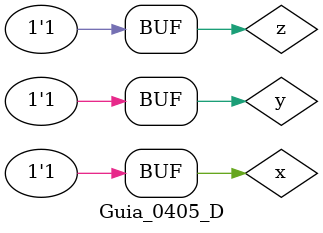
<source format=v>
/**
 * @file Guia_0405_D.v
 * @author 784778 - Wallace Freitas Oliveira (https://github.com/Olivwallace)
 * @brief Guia 04 Exercicio 05 - Arquitetura de Computadores I (PUC-Minas 1°/2023)
 * @date 03-03-2023
 */

`timescale 1ps/1ps
 `include "Guia_0405.v"

 module Guia_0405_D;
    reg x, y, z;
    wire s1, s2;

    //Instanciamento
    Questao_D D (s1, s2, x, y, z);

    //Inicializacao de Valores
    initial begin
        x = 1'b0; y = 1'b0; z = 1'b0;
    end

    //Principal
    initial begin : main
        
        
        $display("Teste Guia_0405 - Expressao Booleana - D");

        //Monitoramento
        $display("|  x  y  z |  (SoP) |  (PoS) |");
        $monitor("| %2b %2b %2b |   %2b   |   %2b   |", x, y, z, s1, s2);

        //Sinalizacao
        #1 x=0; y=0; z=0; //0
        #1 x=0; y=0; z=1; //1
        #1 x=0; y=1; z=0; //2
        #1 x=0; y=1; z=1; //3
        #1 x=1; y=0; z=0; //4
        #1 x=1; y=0; z=1; //5
        #1 x=1; y=1; z=0; //6
        #1 x=1; y=1; z=1; //7
    end

 endmodule
</source>
